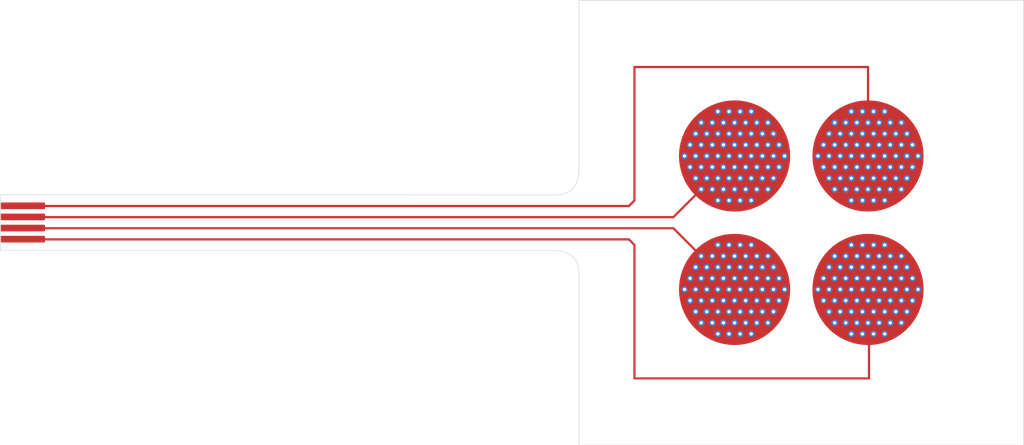
<source format=kicad_pcb>
(kicad_pcb (version 20241229) (generator "pcbnew") (generator_version "9.0")
  (layers (0 "F.Cu" signal) (2 "B.Cu" signal) (13 "F.Paste" user) (15 "B.Paste" user) (5 "F.SilkS" user "F.Silkscreen") (7 "B.SilkS" user "B.Silkscreen") (1 "F.Mask" user) (3 "B.Mask" user) (25 "Edge.Cuts" user))
  (net 0 "")
  (net 1 "/S4")
  (net 2 "/S1")
  (net 3 "/S2")
  (net 4 "/S3")
  (footprint "" (layer "F.Cu") (at 152 85)
    (property "Reference" "")
    (property "Value" "")
  )
  (footprint "TP_Library:TP" (layer "F.Cu") (at 143.5 100)
    (property "Reference" "TP8" (hide yes))
    (property "Value" "TestPoint" (hide yes))
  )
  (footprint "TP_Library:TP" (layer "F.Cu") (at 144 83)
    (property "Reference" "TP3" (hide yes))
    (property "Value" "TestPoint" (hide yes))
  )
  (footprint "TP_Library:TP" (layer "F.Cu") (at 155.5 84)
    (property "Reference" "TP5" (hide yes))
    (property "Value" "TestPoint" (hide yes))
  )
  (footprint "TP_Library:TP" (layer "F.Cu") (at 159.5 98)
    (property "Reference" "TP10" (hide yes))
    (property "Value" "TestPoint" (hide yes))
  )
  (footprint "TP_Library:TP" (layer "F.Cu") (at 156 81)
    (property "Reference" "TP5" (hide yes))
    (property "Value" "TestPoint" (hide yes))
  )
  (footprint "TP_Library:TP" (layer "F.Cu") (at 145 87)
    (property "Reference" "TP4" (hide yes))
    (property "Value" "TestPoint" (hide yes))
  )
  (footprint "TP_Library:TP" (layer "F.Cu") (at 156.5 80)
    (property "Reference" "TP6" (hide yes))
    (property "Value" "TestPoint" (hide yes))
  )
  (footprint "TP_Library:TP" (layer "F.Cu") (at 153 83)
    (property "Reference" "TP6" (hide yes))
    (property "Value" "TestPoint" (hide yes))
  )
  (footprint "TP_Library:TP" (layer "F.Cu") (at 145 81)
    (property "Reference" "TP4" (hide yes))
    (property "Value" "TestPoint" (hide yes))
  )
  (footprint "TP_Library:TP" (layer "F.Cu") (at 142.5 80)
    (property "Reference" "TP4" (hide yes))
    (property "Value" "TestPoint" (hide yes))
  )
  (footprint "TP_Library:TP" (layer "F.Cu") (at 154.5 94)
    (property "Reference" "TP9" (hide yes))
    (property "Value" "TestPoint" (hide yes))
  )
  (footprint "TP_Library:TP" (layer "F.Cu") (at 142 87)
    (property "Reference" "TP3" (hide yes))
    (property "Value" "TestPoint" (hide yes))
  )
  (footprint "TP_Library:TP" (layer "F.Cu") (at 141 97)
    (property "Reference" "TP8" (hide yes))
    (property "Value" "TestPoint" (hide yes))
  )
  (footprint "TP_Library:TP" (layer "F.Cu") (at 141.5 96)
    (property "Reference" "TP8" (hide yes))
    (property "Value" "TestPoint" (hide yes))
  )
  (footprint "TP_Library:TP" (layer "F.Cu") (at 159.5 94)
    (property "Reference" "TP10" (hide yes))
    (property "Value" "TestPoint" (hide yes))
  )
  (footprint "TP_Library:TP" (layer "F.Cu") (at 154 81)
    (property "Reference" "TP5" (hide yes))
    (property "Value" "TestPoint" (hide yes))
  )
  (footprint "TP_Library:TP" (layer "F.Cu") (at 142 81)
    (property "Reference" "TP3" (hide yes))
    (property "Value" "TestPoint" (hide yes))
  )
  (footprint "TP_Library:TP" (layer "F.Cu") (at 147.5 82)
    (property "Reference" "TP3" (hide yes))
    (property "Value" "TestPoint" (hide yes))
  )
  (footprint "TP_Library:TP" (layer "F.Cu") (at 145 97)
    (property "Reference" "TP8" (hide yes))
    (property "Value" "TestPoint" (hide yes))
  )
  (footprint "TP_Library:TP" (layer "F.Cu") (at 141.5 94)
    (property "Reference" "TP8" (hide yes))
    (property "Value" "TestPoint" (hide yes))
  )
  (footprint "TP_Library:TP" (layer "F.Cu") (at 144.5 82)
    (property "Reference" "TP4" (hide yes))
    (property "Value" "TestPoint" (hide yes))
  )
  (footprint "TP_Library:TP" (layer "F.Cu") (at 146 99)
    (property "Reference" "TP7" (hide yes))
    (property "Value" "TestPoint" (hide yes))
  )
  (footprint "TP_Library:TP" (layer "F.Cu") (at 143.5 80)
    (property "Reference" "TP3" (hide yes))
    (property "Value" "TestPoint" (hide yes))
  )
  (footprint "TP_Library:TP" (layer "F.Cu") (at 158 81)
    (property "Reference" "TP5" (hide yes))
    (property "Value" "TestPoint" (hide yes))
  )
  (footprint "TP_Library:TP" (layer "F.Cu") (at 157.5 82)
    (property "Reference" "TP5" (hide yes))
    (property "Value" "TestPoint" (hide yes))
  )
  (footprint "TP_Library:TP" (layer "F.Cu") (at 154.5 98)
    (property "Reference" "TP9" (hide yes))
    (property "Value" "TestPoint" (hide yes))
  )
  (footprint "TP_Library:TP" (layer "F.Cu") (at 144 93)
    (property "Reference" "TP7" (hide yes))
    (property "Value" "TestPoint" (hide yes))
  )
  (footprint "TP_Library:TP" (layer "F.Cu") (at 156 87)
    (property "Reference" "TP5" (hide yes))
    (property "Value" "TestPoint" (hide yes))
  )
  (footprint "TP_Library:TP" (layer "F.Cu") (at 143 81)
    (property "Reference" "TP4" (hide yes))
    (property "Value" "TestPoint" (hide yes))
  )
  (footprint "TP_Library:TP" (layer "F.Cu") (at 140.5 86)
    (property "Reference" "TP4" (hide yes))
    (property "Value" "TestPoint" (hide yes))
  )
  (footprint "TP_Library:TP" (layer "F.Cu") (at 140.5 82)
    (property "Reference" "TP4" (hide yes))
    (property "Value" "TestPoint" (hide yes))
  )
  (footprint "TP_Library:TP" (layer "F.Cu") (at 155 83)
    (property "Reference" "TP6" (hide yes))
    (property "Value" "TestPoint" (hide yes))
  )
  (footprint "TP_Library:TP" (layer "F.Cu") (at 147 81)
    (property "Reference" "TP4" (hide yes))
    (property "Value" "TestPoint" (hide yes))
  )
  (footprint "TP_Library:TP" (layer "F.Cu") (at 153 99)
    (property "Reference" "TP9" (hide yes))
    (property "Value" "TestPoint" (hide yes))
  )
  (footprint "TP_Library:TP" (layer "F.Cu") (at 147 93)
    (property "Reference" "TP8" (hide yes))
    (property "Value" "TestPoint" (hide yes))
  )
  (footprint "TP_Library:TP" (layer "F.Cu") (at 143.5 92)
    (property "Reference" "TP8" (hide yes))
    (property "Value" "TestPoint" (hide yes))
  )
  (footprint "TP_Library:TP" (layer "F.Cu") (at 157.5 92)
    (property "Reference" "TP10" (hide yes))
    (property "Value" "TestPoint" (hide yes))
  )
  (footprint "TP_Library:TP" (layer "F.Cu") (at 159 95)
    (property "Reference" "TP9" (hide yes))
    (property "Value" "TestPoint" (hide yes))
  )
  (footprint "TP_Library:TP" (layer "F.Cu") (at 159 93)
    (property "Reference" "TP9" (hide yes))
    (property "Value" "TestPoint" (hide yes))
  )
  (footprint "" (layer "F.Cu") (at 151.5 96)
    (property "Reference" "")
    (property "Value" "")
  )
  (footprint "TP_Library:TP" (layer "F.Cu") (at 156 85)
    (property "Reference" "TP5" (hide yes))
    (property "Value" "TestPoint" (hide yes))
  )
  (footprint "TP_Library:TP" (layer "F.Cu") (at 146.5 98)
    (property "Reference" "TP8" (hide yes))
    (property "Value" "TestPoint" (hide yes))
  )
  (footprint "TP_Library:TP" (layer "F.Cu") (at 145 85)
    (property "Reference" "TP4" (hide yes))
    (property "Value" "TestPoint" (hide yes))
  )
  (footprint "TP_Library:TP" (layer "F.Cu") (at 159 85)
    (property "Reference" "TP6" (hide yes))
    (property "Value" "TestPoint" (hide yes))
  )
  (footprint "TP_Library:TP" (layer "F.Cu") (at 158.5 96)
    (property "Reference" "TP9" (hide yes))
    (property "Value" "TestPoint" (hide yes))
  )
  (footprint "TP_Library:TP" (layer "F.Cu") (at 160 85)
    (property "Reference" "TP5" (hide yes))
    (property "Value" "TestPoint" (hide yes))
  )
  (footprint "TP_Library:TP" (layer "F.Cu") (at 159 97)
    (property "Reference" "TP9" (hide yes))
    (property "Value" "TestPoint" (hide yes))
  )
  (footprint "TP_Library:TP" (layer "F.Cu") (at 148.5 84)
    (property "Reference" "TP3" (hide yes))
    (property "Value" "TestPoint" (hide yes))
  )
  (footprint "TP_Library:TP" (layer "F.Cu") (at 158 97)
    (property "Reference" "TP10" (hide yes))
    (property "Value" "TestPoint" (hide yes))
  )
  (footprint "TP_Library:TP" (layer "F.Cu") (at 145 95)
    (property "Reference" "TP8" (hide yes))
    (property "Value" "TestPoint" (hide yes))
  )
  (footprint "TP_Library:TP" (layer "F.Cu") (at 141 83)
    (property "Reference" "TP4" (hide yes))
    (property "Value" "TestPoint" (hide yes))
  )
  (footprint "TP_Library:TP" (layer "F.Cu") (at 157 85)
    (property "Reference" "TP6" (hide yes))
    (property "Value" "TestPoint" (hide yes))
  )
  (footprint "TP_Library:TP" (layer "F.Cu") (at 154.5 100)
    (property "Reference" "TP10" (hide yes))
    (property "Value" "TestPoint" (hide yes))
  )
  (footprint "TP_Library:TP" (layer "F.Cu") (at 145 83)
    (property "Reference" "TP4" (hide yes))
    (property "Value" "TestPoint" (hide yes))
  )
  (footprint "TP_Library:TP" (layer "F.Cu") (at 140.5 84)
    (property "Reference" "TP4" (hide yes))
    (property "Value" "TestPoint" (hide yes))
  )
  (footprint "TP_Library:TP" (layer "F.Cu") (at 142.5 86)
    (property "Reference" "TP4" (hide yes))
    (property "Value" "TestPoint" (hide yes))
  )
  (footprint "TP_Library:TP" (layer "F.Cu") (at 157 87)
    (property "Reference" "TP6" (hide yes))
    (property "Value" "TestPoint" (hide yes))
  )
  (footprint "TP_Library:TP" (layer "F.Cu") (at 145 93)
    (property "Reference" "TP8" (hide yes))
    (property "Value" "TestPoint" (hide yes))
  )
  (footprint "TP_Library:TP" (layer "F.Cu") (at 146 95)
    (property "Reference" "TP7" (hide yes))
    (property "Value" "TestPoint" (hide yes))
  )
  (footprint "TP_Library:TP" (layer "F.Cu") (at 153.5 98)
    (property "Reference" "TP10" (hide yes))
    (property "Value" "TestPoint" (hide yes))
  )
  (footprint "TP_Library:TP" (layer "F.Cu") (at 143.5 88)
    (property "Reference" "TP4" (hide yes))
    (property "Value" "TestPoint" (hide yes))
  )
  (footprint "TP_Library:TP" (layer "F.Cu") (at 155.5 100)
    (property "Reference" "TP9" (hide yes))
    (property "Value" "TestPoint" (hide yes))
  )
  (footprint "TP_Library:TP" (layer "F.Cu") (at 139.5 84)
    (property "Reference" "TP3" (hide yes))
    (property "Value" "TestPoint" (hide yes))
  )
  (footprint "TP_Library:TP" (layer "F.Cu") (at 156.5 92)
    (property "Reference" "TP9" (hide yes))
    (property "Value" "TestPoint" (hide yes))
  )
  (footprint "" (layer "F.Cu") (at 140 83)
    (property "Reference" "")
    (property "Value" "")
  )
  (footprint "TP_Library:TP" (layer "F.Cu") (at 153 87)
    (property "Reference" "TP6" (hide yes))
    (property "Value" "TestPoint" (hide yes))
  )
  (footprint "FPC:FPC_Conn_4" (layer "F.Cu") (at 80 89.981039 180)
    (property "Reference" "J1" (hide yes))
    (property "Value" "Conn_01x04_Pin" (hide yes))
    (fp_line (start 2 -2.5) (end 2 2.5) (stroke (width 0.05)) (layer "Edge.Cuts"))
  )
  (footprint "TP_Library:TP" (layer "F.Cu") (at 155 87)
    (property "Reference" "TP6" (hide yes))
    (property "Value" "TestPoint" (hide yes))
  )
  (footprint "TP_Library:TP" (layer "F.Cu") (at 158.5 94)
    (property "Reference" "TP9" (hide yes))
    (property "Value" "TestPoint" (hide yes))
  )
  (footprint "TP_Library:TP" (layer "F.Cu") (at 143 99)
    (property "Reference" "TP8" (hide yes))
    (property "Value" "TestPoint" (hide yes))
  )
  (footprint "TP_Library:TP" (layer "F.Cu") (at 144 81)
    (property "Reference" "TP3" (hide yes))
    (property "Value" "TestPoint" (hide yes))
  )
  (footprint "TP_Library:TP" (layer "F.Cu") (at 156.5 82)
    (property "Reference" "TP6" (hide yes))
    (property "Value" "TestPoint" (hide yes))
  )
  (footprint "TP_Library:TP" (layer "F.Cu") (at 146 81)
    (property "Reference" "TP3" (hide yes))
    (property "Value" "TestPoint" (hide yes))
  )
  (footprint "TP_Library:TP" (layer "F.Cu") (at 142.5 88)
    (property "Reference" "TP3" (hide yes))
    (property "Value" "TestPoint" (hide yes))
  )
  (footprint "TP_Library:TP" (layer "F.Cu") (at 147.5 96)
    (property "Reference" "TP7" (hide yes))
    (property "Value" "TestPoint" (hide yes))
  )
  (footprint "TP_Library:TP" (layer "F.Cu") (at 159 83)
    (property "Reference" "TP6" (hide yes))
    (property "Value" "TestPoint" (hide yes))
  )
  (footprint "TP_Library:TP" (layer "F.Cu") (at 155.5 98)
    (property "Reference" "TP10" (hide yes))
    (property "Value" "TestPoint" (hide yes))
  )
  (footprint "TP_Library:TP" (layer "F.Cu") (at 147 99)
    (property "Reference" "TP8" (hide yes))
    (property "Value" "TestPoint" (hide yes))
  )
  (footprint "TP_Library:TP" (layer "F.Cu") (at 144 85)
    (property "Reference" "TP3" (hide yes))
    (property "Value" "TestPoint" (hide yes))
  )
  (footprint "TP_Library:TP" (layer "F.Cu") (at 147.5 84)
    (property "Reference" "TP3" (hide yes))
    (property "Value" "TestPoint" (hide yes))
  )
  (footprint "TP_Library:TP" (layer "F.Cu") (at 143 95)
    (property "Reference" "TP8" (hide yes))
    (property "Value" "TestPoint" (hide yes))
  )
  (footprint "TP_Library:TP" (layer "F.Cu") (at 144.5 100)
    (property "Reference" "TP7" (hide yes))
    (property "Value" "TestPoint" (hide yes))
  )
  (footprint "TP_Library:TP" (layer "F.Cu") (at 155.5 80)
    (property "Reference" "TP5" (hide yes))
    (property "Value" "TestPoint" (hide yes))
  )
  (footprint "TP_Library:TP" (layer "F.Cu") (at 146 87)
    (property "Reference" "TP3" (hide yes))
    (property "Value" "TestPoint" (hide yes))
  )
  (footprint "TP_Library:TP" (layer "F.Cu") (at 154 95)
    (property "Reference" "TP10" (hide yes))
    (property "Value" "TestPoint" (hide yes))
  )
  (footprint "TP_Library:TP" (layer "F.Cu") (at 156.5 84)
    (property "Reference" "TP6" (hide yes))
    (property "Value" "TestPoint" (hide yes))
  )
  (footprint "TP_Library:TP" (layer "F.Cu") (at 143.5 94)
    (property "Reference" "TP8" (hide yes))
    (property "Value" "TestPoint" (hide yes))
  )
  (footprint "TP_Library:TP" (layer "F.Cu") (at 153.5 82)
    (property "Reference" "TP5" (hide yes))
    (property "Value" "TestPoint" (hide yes))
  )
  (footprint "TP_Library:TP" (layer "F.Cu") (at 145.5 92)
    (property "Reference" "TP8" (hide yes))
    (property "Value" "TestPoint" (hide yes))
  )
  (footprint "TP_Library:TP" (layer "F.Cu") (at 157 83)
    (property "Reference" "TP6" (hide yes))
    (property "Value" "TestPoint" (hide yes))
  )
  (footprint "TP_Library:TP" (layer "F.Cu") (at 146.5 82)
    (property "Reference" "TP4" (hide yes))
    (property "Value" "TestPoint" (hide yes))
  )
  (footprint "TP_Library:TP" (layer "F.Cu") (at 156.5 100)
    (property "Reference" "TP10" (hide yes))
    (property "Value" "TestPoint" (hide yes))
  )
  (footprint "TP_Library:TP" (layer "F.Cu") (at 145.5 100)
    (property "Reference" "TP8" (hide yes))
    (property "Value" "TestPoint" (hide yes))
  )
  (footprint "TP_Library:TP" (layer "F.Cu") (at 160.5 96)
    (property "Reference" "TP10" (hide yes))
    (property "Value" "TestPoint" (hide yes))
  )
  (footprint "TP_Library:TP" (layer "F.Cu") (at 142 83)
    (property "Reference" "TP3" (hide yes))
    (property "Value" "TestPoint" (hide yes))
  )
  (footprint "TP_Library:TP" (layer "F.Cu") (at 153.5 94)
    (property "Reference" "TP10" (hide yes))
    (property "Value" "TestPoint" (hide yes))
  )
  (footprint "TP_Library:TP" (layer "F.Cu") (at 142.5 94)
    (property "Reference" "TP7" (hide yes))
    (property "Value" "TestPoint" (hide yes))
  )
  (footprint "TP_Library:TP" (layer "F.Cu") (at 155 85)
    (property "Reference" "TP6" (hide yes))
    (property "Value" "TestPoint" (hide yes))
  )
  (footprint "TP_Library:TP" (layer "F.Cu") (at 159.5 96)
    (property "Reference" "TP10" (hide yes))
    (property "Value" "TestPoint" (hide yes))
  )
  (footprint "TP_Library:TP" (layer "F.Cu") (at 159.5 86)
    (property "Reference" "TP5" (hide yes))
    (property "Value" "TestPoint" (hide yes))
  )
  (footprint "TP_Library:TP" (layer "F.Cu") (at 141 99)
    (property "Reference" "TP8" (hide yes))
    (property "Value" "TestPoint" (hide yes))
  )
  (footprint "TP_Library:TP" (layer "F.Cu") (at 147.5 94)
    (property "Reference" "TP8" (hide yes))
    (property "Value" "TestPoint" (hide yes))
  )
  (footprint "" (layer "F.Cu") (at 152 97)
    (property "Reference" "")
    (property "Value" "")
  )
  (footprint "TP_Library:TP" (layer "F.Cu") (at 153 93)
    (property "Reference" "TP9" (hide yes))
    (property "Value" "TestPoint" (hide yes))
  )
  (footprint "TP_Library:TP" (layer "F.Cu") (at 154 97)
    (property "Reference" "TP10" (hide yes))
    (property "Value" "TestPoint" (hide yes))
  )
  (footprint "TP_Library:TP" (layer "F.Cu") (at 141 81)
    (property "Reference" "TP4" (hide yes))
    (property "Value" "TestPoint" (hide yes))
  )
  (footprint "TP_Library:TP" (layer "F.Cu") (at 142 85)
    (property "Reference" "TP3" (hide yes))
    (property "Value" "TestPoint" (hide yes))
  )
  (footprint "TP_Library:TP" (layer "F.Cu") (at 142 97)
    (property "Reference" "TP7" (hide yes))
    (property "Value" "TestPoint" (hide yes))
  )
  (footprint "TP_Library:TP" (layer "F.Cu") (at 143.5 84)
    (property "Reference" "TP3" (hide yes))
    (property "Value" "TestPoint" (hide yes))
  )
  (footprint "TP_Library:TP" (layer "F.Cu") (at 155.5 88)
    (property "Reference" "TP6" (hide yes))
    (property "Value" "TestPoint" (hide yes))
  )
  (footprint "TP_Library:TP" (layer "F.Cu") (at 157.5 84)
    (property "Reference" "TP5" (hide yes))
    (property "Value" "TestPoint" (hide yes))
  )
  (footprint "TP_Library:TP" (layer "F.Cu") (at 152.5 84)
    (property "Reference" "TP6" (hide yes))
    (property "Value" "TestPoint" (hide yes))
  )
  (footprint "TP_Library:TP" (layer "F.Cu") (at 158.5 98)
    (property "Reference" "TP9" (hide yes))
    (property "Value" "TestPoint" (hide yes))
  )
  (footprint "TP_Library:TP" (layer "F.Cu") (at 146.5 96)
    (property "Reference" "TP7" (hide yes))
    (property "Value" "TestPoint" (hide yes))
  )
  (footprint "TP_Library:TP" (layer "F.Cu") (at 156 93)
    (property "Reference" "TP10" (hide yes))
    (property "Value" "TestPoint" (hide yes))
  )
  (footprint "TP_Library:TP" (layer "F.Cu") (at 159 81)
    (property "Reference" "TP6" (hide yes))
    (property "Value" "TestPoint" (hide yes))
  )
  (footprint "TP_Library:TP" (layer "F.Cu") (at 142.5 100)
    (property "Reference" "TP7" (hide yes))
    (property "Value" "TestPoint" (hide yes))
  )
  (footprint "TP_Library:TP" (layer "F.Cu") (at 152.5 94)
    (property "Reference" "TP9" (hide yes))
    (property "Value" "TestPoint" (hide yes))
  )
  (footprint "TP_Library:TP" (layer "F.Cu") (at 156 99)
    (property "Reference" "TP10" (hide yes))
    (property "Value" "TestPoint" (hide yes))
  )
  (footprint "" (layer "F.Cu") (at 140 85)
    (property "Reference" "")
    (property "Value" "")
  )
  (footprint "TP_Library:TP" (layer "F.Cu") (at 155 97)
    (property "Reference" "TP9" (hide yes))
    (property "Value" "TestPoint" (hide yes))
  )
  (footprint "TP_Library:TP" (layer "F.Cu") (at 143.5 98)
    (property "Reference" "TP7" (hide yes))
    (property "Value" "TestPoint" (hide yes))
  )
  (footprint "TP_Library:TP" (layer "F.Cu") (at 153 85)
    (property "Reference" "TP6" (hide yes))
    (property "Value" "TestPoint" (hide yes))
  )
  (footprint "TP_Library:TP" (layer "F.Cu") (at 144.5 92)
    (property "Reference" "TP7" (hide yes))
    (property "Value" "TestPoint" (hide yes))
  )
  (footprint "TP_Library:TP" (layer "F.Cu") (at 155 93)
    (property "Reference" "TP9" (hide yes))
    (property "Value" "TestPoint" (hide yes))
  )
  (footprint "TP_Library:TP" (layer "F.Cu") (at 141.5 86)
    (property "Reference" "TP3" (hide yes))
    (property "Value" "TestPoint" (hide yes))
  )
  (footprint "TP_Library:TP" (layer "F.Cu") (at 159.5 84)
    (property "Reference" "TP5" (hide yes))
    (property "Value" "TestPoint" (hide yes))
  )
  (footprint "TP_Library:TP" (layer "F.Cu") (at 156.5 86)
    (property "Reference" "TP6" (hide yes))
    (property "Value" "TestPoint" (hide yes))
  )
  (footprint "TP_Library:TP" (layer "F.Cu") (at 154.5 88)
    (property "Reference" "TP5" (hide yes))
    (property "Value" "TestPoint" (hide yes))
  )
  (footprint "TP_Library:TP" (layer "F.Cu") (at 159 99)
    (property "Reference" "TP9" (hide yes))
    (property "Value" "TestPoint" (hide yes))
  )
  (footprint "TP_Library:TP" (layer "F.Cu") (at 155 95)
    (property "Reference" "TP9" (hide yes))
    (property "Value" "TestPoint" (hide yes))
  )
  (footprint "TP_Library:TP" (layer "F.Cu") (at 144.5 88)
    (property "Reference" "TP3" (hide yes))
    (property "Value" "TestPoint" (hide yes))
  )
  (footprint "TP_Library:TP" (layer "F.Cu") (at 160 83)
    (property "Reference" "TP5" (hide yes))
    (property "Value" "TestPoint" (hide yes))
  )
  (footprint "TP_Library:TP" (layer "F.Cu") (at 142.5 92)
    (property "Reference" "TP7" (hide yes))
    (property "Value" "TestPoint" (hide yes))
  )
  (footprint "TP_Library:TP" (layer "F.Cu") (at 143 85)
    (property "Reference" "TP4" (hide yes))
    (property "Value" "TestPoint" (hide yes))
  )
  (footprint "TP_Library:TP" (layer "F.Cu") (at 153.5 96)
    (property "Reference" "TP10" (hide yes))
    (property "Value" "TestPoint" (hide yes))
  )
  (footprint "TP_Library:TP" (layer "F.Cu") (at 144 97)
    (property "Reference" "TP7" (hide yes))
    (property "Value" "TestPoint" (hide yes))
  )
  (footprint "TP_Library:TP" (layer "F.Cu") (at 154.5 86)
    (property "Reference" "TP6" (hide yes))
    (property "Value" "TestPoint" (hide yes))
  )
  (footprint "TP_Library:TP" (layer "F.Cu") (at 144.5 96)
    (property "Reference" "TP7" (hide yes))
    (property "Value" "TestPoint" (hide yes))
  )
  (footprint "TP_Library:TP" (layer "F.Cu") (at 141 93)
    (property "Reference" "TP8" (hide yes))
    (property "Value" "TestPoint" (hide yes))
  )
  (footprint "TP_Library:TP" (layer "F.Cu") (at 145 99)
    (property "Reference" "TP8" (hide yes))
    (property "Value" "TestPoint" (hide yes))
  )
  (footprint "TP_Library:TP" (layer "F.Cu") (at 156.5 96)
    (property "Reference" "TP9" (hide yes))
    (property "Value" "TestPoint" (hide yes))
  )
  (footprint "" (layer "F.Cu") (at 152 95)
    (property "Reference" "")
    (property "Value" "")
  )
  (footprint "TP_Library:TP" (layer "F.Cu") (at 143 87)
    (property "Reference" "TP4" (hide yes))
    (property "Value" "TestPoint" (hide yes))
  )
  (footprint "TP_Library:TP" (layer "F.Cu") (at 154.5 92)
    (property "Reference" "TP9" (hide yes))
    (property "Value" "TestPoint" (hide yes))
  )
  (footprint "TP_Library:TP" (layer "F.Cu") (at 145.5 80)
    (property "Reference" "TP3" (hide yes))
    (property "Value" "TestPoint" (hide yes))
  )
  (footprint "TP_Library:TP" (layer "F.Cu") (at 158.5 86)
    (property "Reference" "TP6" (hide yes))
    (property "Value" "TestPoint" (hide yes))
  )
  (footprint "TP_Library:TP" (layer "F.Cu") (at 144.5 94)
    (property "Reference" "TP7" (hide yes))
    (property "Value" "TestPoint" (hide yes))
  )
  (footprint "TP_Library:TP" (layer "F.Cu") (at 155.5 92)
    (property "Reference" "TP10" (hide yes))
    (property "Value" "TestPoint" (hide yes))
  )
  (footprint "TP_Library:TP" (layer "F.Cu") (at 140.5 94)
    (property "Reference" "TP7" (hide yes))
    (property "Value" "TestPoint" (hide yes))
  )
  (footprint "TP_Library:TP" (layer "F.Cu") (at 157.5 86)
    (property "Reference" "TP5" (hide yes))
    (property "Value" "TestPoint" (hide yes))
  )
  (footprint "TP_Library:TP" (layer "F.Cu") (at 141 85)
    (property "Reference" "TP4" (hide yes))
    (property "Value" "TestPoint" (hide yes))
  )
  (footprint "TP_Library:TP" (layer "F.Cu") (at 160 95)
    (property "Reference" "TP10" (hide yes))
    (property "Value" "TestPoint" (hide yes))
  )
  (footprint "TP_Library:TP" (layer "F.Cu") (at 154.5 96)
    (property "Reference" "TP9" (hide yes))
    (property "Value" "TestPoint" (hide yes))
  )
  (footprint "TP_Library:TP" (layer "F.Cu") (at 143 97)
    (property "Reference" "TP8" (hide yes))
    (property "Value" "TestPoint" (hide yes))
  )
  (footprint "TP_Library:TP" (layer "F.Cu") (at 153.5 86)
    (property "Reference" "TP5" (hide yes))
    (property "Value" "TestPoint" (hide yes))
  )
  (footprint "TP_Library:TP" (layer "F.Cu") (at 143.5 86)
    (property "Reference" "TP3" (hide yes))
    (property "Value" "TestPoint" (hide yes))
  )
  (footprint "TP_Library:TP" (layer "F.Cu") (at 139.5 96)
    (property "Reference" "TP7" (hide yes))
    (property "Value" "TestPoint" (hide yes))
  )
  (footprint "TP_Library:TP" (layer "F.Cu") (at 153 81)
    (property "Reference" "TP6" (hide yes))
    (property "Value" "TestPoint" (hide yes))
  )
  (footprint "TP_Library:TP" (layer "F.Cu") (at 141 87)
    (property "Reference" "TP4" (hide yes))
    (property "Value" "TestPoint" (hide yes))
  )
  (footprint "TP_Library:TP" (layer "F.Cu") (at 145.5 84)
    (property "Reference" "TP3" (hide yes))
    (property "Value" "TestPoint" (hide yes))
  )
  (footprint "TP_Library:TP" (layer "F.Cu") (at 143 93)
    (property "Reference" "TP8" (hide yes))
    (property "Value" "TestPoint" (hide yes))
  )
  (footprint "TP_Library:TP" (layer "F.Cu") (at 147 87)
    (property "Reference" "TP4" (hide yes))
    (property "Value" "TestPoint" (hide yes))
  )
  (footprint "TP_Library:TP" (layer "F.Cu") (at 142.5 98)
    (property "Reference" "TP8" (hide yes))
    (property "Value" "TestPoint" (hide yes))
  )
  (footprint "TP_Library:TP" (layer "F.Cu") (at 156 97)
    (property "Reference" "TP10" (hide yes))
    (property "Value" "TestPoint" (hide yes))
  )
  (footprint "TP_Library:TP" (layer "F.Cu") (at 146.5 86)
    (property "Reference" "TP4" (hide yes))
    (property "Value" "TestPoint" (hide yes))
  )
  (footprint "TP_Library:TP" (layer "F.Cu") (at 145.5 96)
    (property "Reference" "TP8" (hide yes))
    (property "Value" "TestPoint" (hide yes))
  )
  (footprint "TP_Library:TP" (layer "F.Cu") (at 147 97)
    (property "Reference" "TP8" (hide yes))
    (property "Value" "TestPoint" (hide yes))
  )
  (footprint "TP_Library:TP" (layer "F.Cu") (at 140.5 98)
    (property "Reference" "TP8" (hide yes))
    (property "Value" "TestPoint" (hide yes))
  )
  (footprint "TP_Library:TP" (layer "F.Cu") (at 153.5 84)
    (property "Reference" "TP5" (hide yes))
    (property "Value" "TestPoint" (hide yes))
  )
  (footprint "TP_Library:TP" (layer "F.Cu") (at 140 95)
    (property "Reference" "TP7" (hide yes))
    (property "Value" "TestPoint" (hide yes))
  )
  (footprint "TP_Library:TP" (layer "F.Cu") (at 158 85)
    (property "Reference" "TP5" (hide yes))
    (property "Value" "TestPoint" (hide yes))
  )
  (footprint "TP_Library:TP" (layer "F.Cu") (at 145.5 86)
    (property "Reference" "TP3" (hide yes))
    (property "Value" "TestPoint" (hide yes))
  )
  (footprint "TP_Library:TP" (layer "F.Cu") (at 142.5 96)
    (property "Reference" "TP7" (hide yes))
    (property "Value" "TestPoint" (hide yes))
  )
  (footprint "TP_Library:TP" (layer "F.Cu") (at 154.5 80)
    (property "Reference" "TP6" (hide yes))
    (property "Value" "TestPoint" (hide yes))
  )
  (footprint "TP_Library:TP" (layer "F.Cu") (at 157.5 100)
    (property "Reference" "TP9" (hide yes))
    (property "Value" "TestPoint" (hide yes))
  )
  (footprint "TP_Library:TP" (layer "F.Cu") (at 156 83)
    (property "Reference" "TP5" (hide yes))
    (property "Value" "TestPoint" (hide yes))
  )
  (footprint "TP_Library:TP" (layer "F.Cu") (at 159 87)
    (property "Reference" "TP6" (hide yes))
    (property "Value" "TestPoint" (hide yes))
  )
  (footprint "TP_Library:TP" (layer "F.Cu") (at 152.5 86)
    (property "Reference" "TP6" (hide yes))
    (property "Value" "TestPoint" (hide yes))
  )
  (footprint "TP_Library:TP" (layer "F.Cu") (at 157 81)
    (property "Reference" "TP6" (hide yes))
    (property "Value" "TestPoint" (hide yes))
  )
  (footprint "TP_Library:TP" (layer "F.Cu") (at 147 95)
    (property "Reference" "TP8" (hide yes))
    (property "Value" "TestPoint" (hide yes))
  )
  (footprint "TP_Library:TP" (layer "F.Cu") (at 140.5 96)
    (property "Reference" "TP7" (hide yes))
    (property "Value" "TestPoint" (hide yes))
  )
  (footprint "TP_Library:TP" (layer "F.Cu") (at 158.5 82)
    (property "Reference" "TP6" (hide yes))
    (property "Value" "TestPoint" (hide yes))
  )
  (footprint "TP_Library:TP" (layer "F.Cu") (at 156.5 98)
    (property "Reference" "TP9" (hide yes))
    (property "Value" "TestPoint" (hide yes))
  )
  (footprint "TP_Library:TP" (layer "F.Cu") (at 144.5 80)
    (property "Reference" "TP4" (hide yes))
    (property "Value" "TestPoint" (hide yes))
  )
  (footprint "TP_Library:TP" (layer "F.Cu") (at 157 99)
    (property "Reference" "TP9" (hide yes))
    (property "Value" "TestPoint" (hide yes))
  )
  (footprint "TP_Library:TP" (layer "F.Cu") (at 148 83)
    (property "Reference" "TP3" (hide yes))
    (property "Value" "TestPoint" (hide yes))
  )
  (footprint "TP_Library:TP" (layer "F.Cu") (at 156.5 94)
    (property "Reference" "TP9" (hide yes))
    (property "Value" "TestPoint" (hide yes))
  )
  (footprint "TP_Library:TP" (layer "F.Cu") (at 155.5 96)
    (property "Reference" "TP10" (hide yes))
    (property "Value" "TestPoint" (hide yes))
  )
  (footprint "TP_Library:TP" (layer "F.Cu") (at 152.5 96)
    (property "Reference" "TP9" (hide yes))
    (property "Value" "TestPoint" (hide yes))
  )
  (footprint "TP_Library:TP" (layer "F.Cu") (at 159.5 82)
    (property "Reference" "TP5" (hide yes))
    (property "Value" "TestPoint" (hide yes))
  )
  (footprint "TP_Library:TP" (layer "F.Cu") (at 143.5 96)
    (property "Reference" "TP8" (hide yes))
    (property "Value" "TestPoint" (hide yes))
  )
  (footprint "TP_Library:TP" (layer "F.Cu") (at 158.5 84)
    (property "Reference" "TP6" (hide yes))
    (property "Value" "TestPoint" (hide yes))
  )
  (footprint "TP_Library:TP" (layer "F.Cu") (at 147.5 86)
    (property "Reference" "TP3" (hide yes))
    (property "Value" "TestPoint" (hide yes))
  )
  (footprint "TP_Library:TP" (layer "F.Cu") (at 157.5 88)
    (property "Reference" "TP6" (hide yes))
    (property "Value" "TestPoint" (hide yes))
  )
  (footprint "TP_Library:TP" (layer "F.Cu") (at 142 95)
    (property "Reference" "TP7" (hide yes))
    (property "Value" "TestPoint" (hide yes))
  )
  (footprint "TP_Library:TP" (layer "F.Cu") (at 154 87)
    (property "Reference" "TP5" (hide yes))
    (property "Value" "TestPoint" (hide yes))
  )
  (footprint "TP_Library:TP" (layer "F.Cu") (at 141.5 82)
    (property "Reference" "TP3" (hide yes))
    (property "Value" "TestPoint" (hide yes))
  )
  (footprint "TP_Library:TP" (layer "F.Cu") (at 155.5 82)
    (property "Reference" "TP5" (hide yes))
    (property "Value" "TestPoint" (hide yes))
  )
  (footprint "TP_Library:TP" (layer "F.Cu") (at 144.5 86)
    (property "Reference" "TP4" (hide yes))
    (property "Value" "TestPoint" (hide yes))
  )
  (footprint "TP_Library:TP" (layer "F.Cu") (at 145.5 82)
    (property "Reference" "TP3" (hide yes))
    (property "Value" "TestPoint" (hide yes))
  )
  (footprint "TP_Library:TP" (layer "F.Cu") (at 144 87)
    (property "Reference" "TP3" (hide yes))
    (property "Value" "TestPoint" (hide yes))
  )
  (footprint "TP_Library:TP" (layer "F.Cu") (at 156.5 88)
    (property "Reference" "TP5" (hide yes))
    (property "Value" "TestPoint" (hide yes))
  )
  (footprint "TP_Library:TP" (layer "F.Cu") (at 155 81)
    (property "Reference" "TP6" (hide yes))
    (property "Value" "TestPoint" (hide yes))
  )
  (footprint "TP_Library:TP" (layer "F.Cu") (at 145.5 94)
    (property "Reference" "TP8" (hide yes))
    (property "Value" "TestPoint" (hide yes))
  )
  (footprint "TP_Library:TP" (layer "F.Cu") (at 146 97)
    (property "Reference" "TP7" (hide yes))
    (property "Value" "TestPoint" (hide yes))
  )
  (footprint "TP_Library:TP" (layer "F.Cu") (at 146.5 94)
    (property "Reference" "TP7" (hide yes))
    (property "Value" "TestPoint" (hide yes))
  )
  (footprint "TP_Library:TP" (layer "F.Cu") (at 140 97)
    (property "Reference" "TP7" (hide yes))
    (property "Value" "TestPoint" (hide yes))
  )
  (footprint "TP_Library:TP" (layer "F.Cu") (at 146 83)
    (property "Reference" "TP3" (hide yes))
    (property "Value" "TestPoint" (hide yes))
  )
  (footprint "TP_Library:TP" (layer "F.Cu") (at 157.5 80)
    (property "Reference" "TP5" (hide yes))
    (property "Value" "TestPoint" (hide yes))
  )
  (footprint "TP_Library:TP" (layer "F.Cu") (at 157 97)
    (property "Reference" "TP9" (hide yes))
    (property "Value" "TestPoint" (hide yes))
  )
  (footprint "TP_Library:TP" (layer "F.Cu") (at 154 83)
    (property "Reference" "TP5" (hide yes))
    (property "Value" "TestPoint" (hide yes))
  )
  (footprint "TP_Library:TP" (layer "F.Cu") (at 157.5 94)
    (property "Reference" "TP10" (hide yes))
    (property "Value" "TestPoint" (hide yes))
  )
  (footprint "TP_Library:TP" (layer "F.Cu") (at 143.5 82)
    (property "Reference" "TP3" (hide yes))
    (property "Value" "TestPoint" (hide yes))
  )
  (footprint "TP_Library:TP" (layer "F.Cu") (at 144.5 84)
    (property "Reference" "TP4" (hide yes))
    (property "Value" "TestPoint" (hide yes))
  )
  (footprint "TP_Library:TP" (layer "F.Cu") (at 142 99)
    (property "Reference" "TP7" (hide yes))
    (property "Value" "TestPoint" (hide yes))
  )
  (footprint "TP_Library:TP" (layer "F.Cu") (at 146 85)
    (property "Reference" "TP3" (hide yes))
    (property "Value" "TestPoint" (hide yes))
  )
  (footprint "TP_Library:TP" (layer "F.Cu") (at 146 93)
    (property "Reference" "TP7" (hide yes))
    (property "Value" "TestPoint" (hide yes))
  )
  (footprint "TP_Library:TP" (layer "F.Cu") (at 158 87)
    (property "Reference" "TP5" (hide yes))
    (property "Value" "TestPoint" (hide yes))
  )
  (footprint "TP_Library:TP" (layer "F.Cu") (at 156 95)
    (property "Reference" "TP10" (hide yes))
    (property "Value" "TestPoint" (hide yes))
  )
  (footprint "TP_Library:TP" (layer "F.Cu") (at 148 85)
    (property "Reference" "TP3" (hide yes))
    (property "Value" "TestPoint" (hide yes))
  )
  (footprint "TP_Library:TP" (layer "F.Cu") (at 157.5 96)
    (property "Reference" "TP10" (hide yes))
    (property "Value" "TestPoint" (hide yes))
  )
  (footprint "TP_Library:TP" (layer "F.Cu") (at 143 83)
    (property "Reference" "TP4" (hide yes))
    (property "Value" "TestPoint" (hide yes))
  )
  (footprint "TP_Library:TP" (layer "F.Cu") (at 152.5 82)
    (property "Reference" "TP6" (hide yes))
    (property "Value" "TestPoint" (hide yes))
  )
  (footprint "TP_Library:TP" (layer "F.Cu") (at 145.5 98)
    (property "Reference" "TP7" (hide yes))
    (property "Value" "TestPoint" (hide yes))
  )
  (footprint "TP_Library:TP" (layer "F.Cu") (at 144.5 98)
    (property "Reference" "TP8" (hide yes))
    (property "Value" "TestPoint" (hide yes))
  )
  (footprint "TP_Library:TP" (layer "F.Cu") (at 153 97)
    (property "Reference" "TP9" (hide yes))
    (property "Value" "TestPoint" (hide yes))
  )
  (footprint "TP_Library:TP" (layer "F.Cu") (at 141.5 84)
    (property "Reference" "TP3" (hide yes))
    (property "Value" "TestPoint" (hide yes))
  )
  (footprint "TP_Library:TP" (layer "F.Cu") (at 154 85)
    (property "Reference" "TP5" (hide yes))
    (property "Value" "TestPoint" (hide yes))
  )
  (footprint "TP_Library:TP" (layer "F.Cu") (at 141 95)
    (property "Reference" "TP8" (hide yes))
    (property "Value" "TestPoint" (hide yes))
  )
  (footprint "TP_Library:TP" (layer "F.Cu") (at 152.5 98)
    (property "Reference" "TP9" (hide yes))
    (property "Value" "TestPoint" (hide yes))
  )
  (footprint "TP_Library:TP" (layer "F.Cu") (at 142.5 84)
    (property "Reference" "TP4" (hide yes))
    (property "Value" "TestPoint" (hide yes))
  )
  (footprint "TP_Library:TP" (layer "F.Cu") (at 147.5 98)
    (property "Reference" "TP8" (hide yes))
    (property "Value" "TestPoint" (hide yes))
  )
  (footprint "TP_Library:TP" (layer "F.Cu") (at 155.5 86)
    (property "Reference" "TP5" (hide yes))
    (property "Value" "TestPoint" (hide yes))
  )
  (footprint "TP_Library:TP" (layer "F.Cu") (at 158 93)
    (property "Reference" "TP10" (hide yes))
    (property "Value" "TestPoint" (hide yes))
  )
  (footprint "TP_Library:TP" (layer "F.Cu") (at 146.5 84)
    (property "Reference" "TP4" (hide yes))
    (property "Value" "TestPoint" (hide yes))
  )
  (footprint "TP_Library:TP" (layer "F.Cu") (at 145.5 88)
    (property "Reference" "TP4" (hide yes))
    (property "Value" "TestPoint" (hide yes))
  )
  (footprint "TP_Library:TP" (layer "F.Cu") (at 154.5 82)
    (property "Reference" "TP6" (hide yes))
    (property "Value" "TestPoint" (hide yes))
  )
  (footprint "" (layer "F.Cu") (at 152 83)
    (property "Reference" "")
    (property "Value" "")
  )
  (footprint "TP_Library:TP" (layer "F.Cu") (at 154 93)
    (property "Reference" "TP10" (hide yes))
    (property "Value" "TestPoint" (hide yes))
  )
  (footprint "TP_Library:TP" (layer "F.Cu") (at 157 95)
    (property "Reference" "TP9" (hide yes))
    (property "Value" "TestPoint" (hide yes))
  )
  (footprint "TP_Library:TP" (layer "F.Cu") (at 155.5 94)
    (property "Reference" "TP10" (hide yes))
    (property "Value" "TestPoint" (hide yes))
  )
  (footprint "TP_Library:TP" (layer "F.Cu") (at 144 95)
    (property "Reference" "TP7" (hide yes))
    (property "Value" "TestPoint" (hide yes))
  )
  (footprint "" (layer "F.Cu") (at 151.5 84)
    (property "Reference" "")
    (property "Value" "")
  )
  (footprint "TP_Library:TP" (layer "F.Cu") (at 160.5 84)
    (property "Reference" "TP5" (hide yes))
    (property "Value" "TestPoint" (hide yes))
  )
  (footprint "TP_Library:TP" (layer "F.Cu") (at 141.5 98)
    (property "Reference" "TP7" (hide yes))
    (property "Value" "TestPoint" (hide yes))
  )
  (footprint "TP_Library:TP" (layer "F.Cu") (at 155 99)
    (property "Reference" "TP9" (hide yes))
    (property "Value" "TestPoint" (hide yes))
  )
  (footprint "TP_Library:TP" (layer "F.Cu") (at 147 83)
    (property "Reference" "TP4" (hide yes))
    (property "Value" "TestPoint" (hide yes))
  )
  (footprint "TP_Library:TP" (layer "F.Cu") (at 157.5 98)
    (property "Reference" "TP10" (hide yes))
    (property "Value" "TestPoint" (hide yes))
  )
  (footprint "TP_Library:TP" (layer "F.Cu") (at 153 95)
    (property "Reference" "TP9" (hide yes))
    (property "Value" "TestPoint" (hide yes))
  )
  (footprint "TP_Library:TP" (layer "F.Cu") (at 148 97)
    (property "Reference" "TP8" (hide yes))
    (property "Value" "TestPoint" (hide yes))
  )
  (footprint "TP_Library:TP" (layer "F.Cu") (at 154 99)
    (property "Reference" "TP10" (hide yes))
    (property "Value" "TestPoint" (hide yes))
  )
  (footprint "TP_Library:TP" (layer "F.Cu") (at 158 83)
    (property "Reference" "TP5" (hide yes))
    (property "Value" "TestPoint" (hide yes))
  )
  (footprint "TP_Library:TP" (layer "F.Cu") (at 144 99)
    (property "Reference" "TP7" (hide yes))
    (property "Value" "TestPoint" (hide yes))
  )
  (footprint "TP_Library:TP" (layer "F.Cu") (at 160 97)
    (property "Reference" "TP10" (hide yes))
    (property "Value" "TestPoint" (hide yes))
  )
  (footprint "TP_Library:TP" (layer "F.Cu") (at 148 95)
    (property "Reference" "TP7" (hide yes))
    (property "Value" "TestPoint" (hide yes))
  )
  (footprint "TP_Library:TP" (layer "F.Cu") (at 157 93)
    (property "Reference" "TP9" (hide yes))
    (property "Value" "TestPoint" (hide yes))
  )
  (footprint "TP_Library:TP" (layer "F.Cu") (at 148.5 96)
    (property "Reference" "TP8" (hide yes))
    (property "Value" "TestPoint" (hide yes))
  )
  (footprint "TP_Library:TP" (layer "F.Cu") (at 154.5 84)
    (property "Reference" "TP6" (hide yes))
    (property "Value" "TestPoint" (hide yes))
  )
  (footprint "TP_Library:TP" (layer "F.Cu") (at 158 95)
    (property "Reference" "TP10" (hide yes))
    (property "Value" "TestPoint" (hide yes))
  )
  (footprint "TP_Library:TP" (layer "F.Cu") (at 158 99)
    (property "Reference" "TP10" (hide yes))
    (property "Value" "TestPoint" (hide yes))
  )
  (footprint "TP_Library:TP" (layer "F.Cu") (at 142.5 82)
    (property "Reference" "TP4" (hide yes))
    (property "Value" "TestPoint" (hide yes))
  )
  (footprint "TP_Library:TP" (layer "F.Cu") (at 142 93)
    (property "Reference" "TP7" (hide yes))
    (property "Value" "TestPoint" (hide yes))
  )
  (footprint "TP_Library:TP" (layer "F.Cu") (at 147 85)
    (property "Reference" "TP4" (hide yes))
    (property "Value" "TestPoint" (hide yes))
  )
  (gr_line (start 130 85.5) (end 130 80) (stroke (width 0.05)) (layer "Edge.Cuts"))
  (gr_line (start 123 87.5) (end 127.5 87.5) (stroke (width 0.05)) (layer "Edge.Cuts"))
  (gr_line (start 130 80) (end 130 70) (stroke (width 0.05)) (layer "Edge.Cuts"))
  (gr_line (start 130 94.5) (end 130 110) (stroke (width 0.05)) (layer "Edge.Cuts"))
  (gr_line (start 130 70) (end 170 70) (stroke (width 0.05)) (layer "Edge.Cuts"))
  (gr_line (start 79.5 87.481039) (end 123 87.5) (stroke (width 0.05)) (layer "Edge.Cuts"))
  (gr_line (start 78 87.481039) (end 79.5 87.481039) (stroke (width 0.05)) (layer "Edge.Cuts"))
  (gr_curve (pts (xy 130 94.5) (xy 130 92.5) (xy 128 92.5) (xy 128 92.5)) (stroke (width 0.05)) (layer "Edge.Cuts"))
  (gr_line (start 170 70) (end 170 110) (stroke (width 0.05)) (layer "Edge.Cuts"))
  (gr_curve (pts (xy 128 87.5) (xy 130 87.5) (xy 130 85.5) (xy 130 85.5)) (stroke (width 0.05)) (layer "Edge.Cuts"))
  (gr_line (start 127.5 87.5) (end 128 87.5) (stroke (width 0.05)) (layer "Edge.Cuts"))
  (gr_line (start 78 92.481039) (end 128 92.5) (stroke (width 0.05)) (layer "Edge.Cuts"))
  (gr_line (start 130 110) (end 170 110) (stroke (width 0.05)) (layer "Edge.Cuts"))
  (segment (start 80.018961 91.5) (end 134.5 91.5) (width 0.2) (layer "F.Cu") (net 1))
  (segment (start 135 92) (end 135 104) (width 0.2) (layer "F.Cu") (net 1))
  (segment (start 156.08815 101) (end 156.5 100.58815) (width 0.2) (layer "F.Cu") (net 1))
  (segment (start 135 104) (end 156.08815 104) (width 0.2) (layer "F.Cu") (net 1))
  (segment (start 156.5 100.58815) (end 156.5 100) (width 0.2) (layer "F.Cu") (net 1))
  (segment (start 80 91.481039) (end 80.018961 91.5) (width 0.2) (layer "F.Cu") (net 1))
  (segment (start 156.08815 104) (end 156.08815 101) (width 0.2) (layer "F.Cu") (net 1))
  (segment (start 134.5 91.5) (end 135 92) (width 0.2) (layer "F.Cu") (net 1))
  (segment (start 138.5 89.5) (end 141 87) (width 0.2) (layer "F.Cu") (net 2))
  (segment (start 80 89.481039) (end 80.018961 89.5) (width 0.2) (layer "F.Cu") (net 2))
  (segment (start 80.018961 89.5) (end 138.5 89.5) (width 0.2) (layer "F.Cu") (net 2))
  (segment (start 156 79.5) (end 156.5 80) (width 0.2) (layer "F.Cu") (net 3))
  (segment (start 156 76) (end 156 79.5) (width 0.2) (layer "F.Cu") (net 3))
  (segment (start 135 88) (end 135 76) (width 0.2) (layer "F.Cu") (net 3))
  (segment (start 135 76) (end 156 76) (width 0.2) (layer "F.Cu") (net 3))
  (segment (start 80 88.481039) (end 80.018961 88.5) (width 0.2) (layer "F.Cu") (net 3))
  (segment (start 134.5 88.5) (end 135 88) (width 0.2) (layer "F.Cu") (net 3))
  (segment (start 80.018961 88.5) (end 134.5 88.5) (width 0.2) (layer "F.Cu") (net 3))
  (segment (start 141 93) (end 138.5 90.5) (width 0.2) (layer "F.Cu") (net 4))
  (segment (start 138.5 90.5) (end 80.018961 90.5) (width 0.2) (layer "F.Cu") (net 4))
  (segment (start 80.018961 90.5) (end 80 90.481039) (width 0.2) (layer "F.Cu") (net 4))
  (zone (net 3) (net_name "/S2") (layer "F.Cu") (connect_pads yes (clearance 0.1)) (min_thickness 0.1) (fill yes (thermal_gap 0.5) (thermal_bridge_width 0.5) (smoothing fillet) (radius 5) (island_removal_mode 1) (island_area_min 10))
    (polygon (pts (xy 151 79) (xy 161 79) (xy 161 89) (xy 151 89)))
  )
  (zone (net 4) (net_name "/S3") (layer "F.Cu") (connect_pads yes (clearance 0.1)) (min_thickness 0.1) (fill yes (thermal_gap 0.5) (thermal_bridge_width 0.5) (smoothing fillet) (radius 5) (island_removal_mode 1) (island_area_min 10))
    (polygon (pts (xy 139 91) (xy 149 91) (xy 149 101) (xy 139 101)))
  )
  (zone (net 2) (net_name "/S1") (layer "F.Cu") (connect_pads yes (clearance 0.1)) (min_thickness 0.1) (fill yes (thermal_gap 0.5) (thermal_bridge_width 0.5) (smoothing fillet) (radius 5) (island_removal_mode 1) (island_area_min 10))
    (polygon (pts (xy 139 79) (xy 149 79) (xy 149 89) (xy 139 89)))
  )
  (zone (net 1) (net_name "/S4") (layer "F.Cu") (connect_pads yes (clearance 0.1)) (min_thickness 0.1) (fill yes (thermal_gap 0.5) (thermal_bridge_width 0.5) (smoothing fillet) (radius 5) (island_removal_mode 1) (island_area_min 10))
    (polygon (pts (xy 151 91) (xy 161 91) (xy 161 101) (xy 151 101)))
  )
)
</source>
